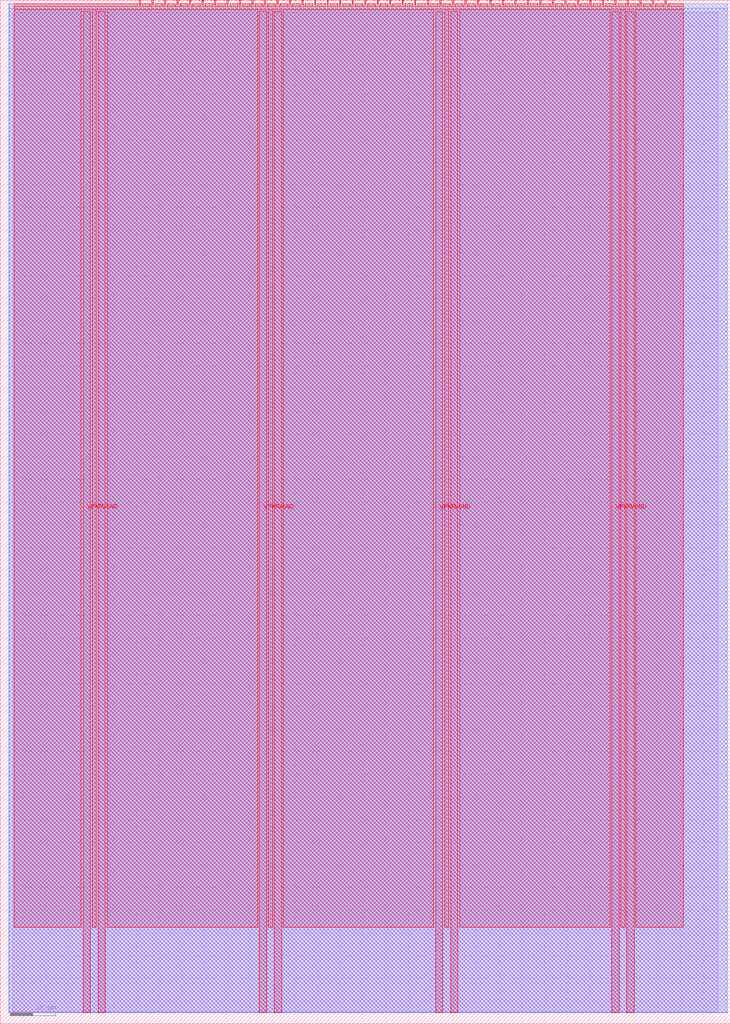
<source format=lef>
VERSION 5.7 ;
  NOWIREEXTENSIONATPIN ON ;
  DIVIDERCHAR "/" ;
  BUSBITCHARS "[]" ;
MACRO tt_um_rebeccargb_vga_pride
  CLASS BLOCK ;
  FOREIGN tt_um_rebeccargb_vga_pride ;
  ORIGIN 0.000 0.000 ;
  SIZE 161.000 BY 225.760 ;
  PIN VGND
    DIRECTION INOUT ;
    USE GROUND ;
    PORT
      LAYER met4 ;
        RECT 21.580 2.480 23.180 223.280 ;
    END
    PORT
      LAYER met4 ;
        RECT 60.450 2.480 62.050 223.280 ;
    END
    PORT
      LAYER met4 ;
        RECT 99.320 2.480 100.920 223.280 ;
    END
    PORT
      LAYER met4 ;
        RECT 138.190 2.480 139.790 223.280 ;
    END
  END VGND
  PIN VPWR
    DIRECTION INOUT ;
    USE POWER ;
    PORT
      LAYER met4 ;
        RECT 18.280 2.480 19.880 223.280 ;
    END
    PORT
      LAYER met4 ;
        RECT 57.150 2.480 58.750 223.280 ;
    END
    PORT
      LAYER met4 ;
        RECT 96.020 2.480 97.620 223.280 ;
    END
    PORT
      LAYER met4 ;
        RECT 134.890 2.480 136.490 223.280 ;
    END
  END VPWR
  PIN clk
    DIRECTION INPUT ;
    USE SIGNAL ;
    ANTENNAGATEAREA 0.852000 ;
    PORT
      LAYER met4 ;
        RECT 143.830 224.760 144.130 225.760 ;
    END
  END clk
  PIN ena
    DIRECTION INPUT ;
    USE SIGNAL ;
    PORT
      LAYER met4 ;
        RECT 146.590 224.760 146.890 225.760 ;
    END
  END ena
  PIN rst_n
    DIRECTION INPUT ;
    USE SIGNAL ;
    ANTENNAGATEAREA 0.196500 ;
    PORT
      LAYER met4 ;
        RECT 141.070 224.760 141.370 225.760 ;
    END
  END rst_n
  PIN ui_in[0]
    DIRECTION INPUT ;
    USE SIGNAL ;
    ANTENNAGATEAREA 0.247500 ;
    PORT
      LAYER met4 ;
        RECT 138.310 224.760 138.610 225.760 ;
    END
  END ui_in[0]
  PIN ui_in[1]
    DIRECTION INPUT ;
    USE SIGNAL ;
    PORT
      LAYER met4 ;
        RECT 135.550 224.760 135.850 225.760 ;
    END
  END ui_in[1]
  PIN ui_in[2]
    DIRECTION INPUT ;
    USE SIGNAL ;
    PORT
      LAYER met4 ;
        RECT 132.790 224.760 133.090 225.760 ;
    END
  END ui_in[2]
  PIN ui_in[3]
    DIRECTION INPUT ;
    USE SIGNAL ;
    PORT
      LAYER met4 ;
        RECT 130.030 224.760 130.330 225.760 ;
    END
  END ui_in[3]
  PIN ui_in[4]
    DIRECTION INPUT ;
    USE SIGNAL ;
    ANTENNAGATEAREA 0.213000 ;
    PORT
      LAYER met4 ;
        RECT 127.270 224.760 127.570 225.760 ;
    END
  END ui_in[4]
  PIN ui_in[5]
    DIRECTION INPUT ;
    USE SIGNAL ;
    ANTENNAGATEAREA 0.213000 ;
    PORT
      LAYER met4 ;
        RECT 124.510 224.760 124.810 225.760 ;
    END
  END ui_in[5]
  PIN ui_in[6]
    DIRECTION INPUT ;
    USE SIGNAL ;
    ANTENNAGATEAREA 0.196500 ;
    PORT
      LAYER met4 ;
        RECT 121.750 224.760 122.050 225.760 ;
    END
  END ui_in[6]
  PIN ui_in[7]
    DIRECTION INPUT ;
    USE SIGNAL ;
    ANTENNAGATEAREA 0.196500 ;
    PORT
      LAYER met4 ;
        RECT 118.990 224.760 119.290 225.760 ;
    END
  END ui_in[7]
  PIN uio_in[0]
    DIRECTION INPUT ;
    USE SIGNAL ;
    ANTENNAGATEAREA 0.196500 ;
    PORT
      LAYER met4 ;
        RECT 116.230 224.760 116.530 225.760 ;
    END
  END uio_in[0]
  PIN uio_in[1]
    DIRECTION INPUT ;
    USE SIGNAL ;
    ANTENNAGATEAREA 0.196500 ;
    PORT
      LAYER met4 ;
        RECT 113.470 224.760 113.770 225.760 ;
    END
  END uio_in[1]
  PIN uio_in[2]
    DIRECTION INPUT ;
    USE SIGNAL ;
    ANTENNAGATEAREA 0.196500 ;
    PORT
      LAYER met4 ;
        RECT 110.710 224.760 111.010 225.760 ;
    END
  END uio_in[2]
  PIN uio_in[3]
    DIRECTION INPUT ;
    USE SIGNAL ;
    ANTENNAGATEAREA 0.196500 ;
    PORT
      LAYER met4 ;
        RECT 107.950 224.760 108.250 225.760 ;
    END
  END uio_in[3]
  PIN uio_in[4]
    DIRECTION INPUT ;
    USE SIGNAL ;
    ANTENNAGATEAREA 0.196500 ;
    PORT
      LAYER met4 ;
        RECT 105.190 224.760 105.490 225.760 ;
    END
  END uio_in[4]
  PIN uio_in[5]
    DIRECTION INPUT ;
    USE SIGNAL ;
    ANTENNAGATEAREA 0.196500 ;
    PORT
      LAYER met4 ;
        RECT 102.430 224.760 102.730 225.760 ;
    END
  END uio_in[5]
  PIN uio_in[6]
    DIRECTION INPUT ;
    USE SIGNAL ;
    ANTENNAGATEAREA 0.196500 ;
    PORT
      LAYER met4 ;
        RECT 99.670 224.760 99.970 225.760 ;
    END
  END uio_in[6]
  PIN uio_in[7]
    DIRECTION INPUT ;
    USE SIGNAL ;
    PORT
      LAYER met4 ;
        RECT 96.910 224.760 97.210 225.760 ;
    END
  END uio_in[7]
  PIN uio_oe[0]
    DIRECTION OUTPUT ;
    USE SIGNAL ;
    ANTENNADIFFAREA 0.445500 ;
    PORT
      LAYER met4 ;
        RECT 49.990 224.760 50.290 225.760 ;
    END
  END uio_oe[0]
  PIN uio_oe[1]
    DIRECTION OUTPUT ;
    USE SIGNAL ;
    ANTENNADIFFAREA 0.445500 ;
    PORT
      LAYER met4 ;
        RECT 47.230 224.760 47.530 225.760 ;
    END
  END uio_oe[1]
  PIN uio_oe[2]
    DIRECTION OUTPUT ;
    USE SIGNAL ;
    ANTENNADIFFAREA 0.445500 ;
    PORT
      LAYER met4 ;
        RECT 44.470 224.760 44.770 225.760 ;
    END
  END uio_oe[2]
  PIN uio_oe[3]
    DIRECTION OUTPUT ;
    USE SIGNAL ;
    ANTENNADIFFAREA 0.445500 ;
    PORT
      LAYER met4 ;
        RECT 41.710 224.760 42.010 225.760 ;
    END
  END uio_oe[3]
  PIN uio_oe[4]
    DIRECTION OUTPUT ;
    USE SIGNAL ;
    ANTENNADIFFAREA 0.445500 ;
    PORT
      LAYER met4 ;
        RECT 38.950 224.760 39.250 225.760 ;
    END
  END uio_oe[4]
  PIN uio_oe[5]
    DIRECTION OUTPUT ;
    USE SIGNAL ;
    ANTENNADIFFAREA 0.445500 ;
    PORT
      LAYER met4 ;
        RECT 36.190 224.760 36.490 225.760 ;
    END
  END uio_oe[5]
  PIN uio_oe[6]
    DIRECTION OUTPUT ;
    USE SIGNAL ;
    ANTENNADIFFAREA 0.445500 ;
    PORT
      LAYER met4 ;
        RECT 33.430 224.760 33.730 225.760 ;
    END
  END uio_oe[6]
  PIN uio_oe[7]
    DIRECTION OUTPUT ;
    USE SIGNAL ;
    ANTENNADIFFAREA 0.445500 ;
    PORT
      LAYER met4 ;
        RECT 30.670 224.760 30.970 225.760 ;
    END
  END uio_oe[7]
  PIN uio_out[0]
    DIRECTION OUTPUT ;
    USE SIGNAL ;
    ANTENNADIFFAREA 0.445500 ;
    PORT
      LAYER met4 ;
        RECT 72.070 224.760 72.370 225.760 ;
    END
  END uio_out[0]
  PIN uio_out[1]
    DIRECTION OUTPUT ;
    USE SIGNAL ;
    ANTENNADIFFAREA 0.445500 ;
    PORT
      LAYER met4 ;
        RECT 69.310 224.760 69.610 225.760 ;
    END
  END uio_out[1]
  PIN uio_out[2]
    DIRECTION OUTPUT ;
    USE SIGNAL ;
    ANTENNADIFFAREA 0.445500 ;
    PORT
      LAYER met4 ;
        RECT 66.550 224.760 66.850 225.760 ;
    END
  END uio_out[2]
  PIN uio_out[3]
    DIRECTION OUTPUT ;
    USE SIGNAL ;
    ANTENNADIFFAREA 0.445500 ;
    PORT
      LAYER met4 ;
        RECT 63.790 224.760 64.090 225.760 ;
    END
  END uio_out[3]
  PIN uio_out[4]
    DIRECTION OUTPUT ;
    USE SIGNAL ;
    ANTENNADIFFAREA 0.445500 ;
    PORT
      LAYER met4 ;
        RECT 61.030 224.760 61.330 225.760 ;
    END
  END uio_out[4]
  PIN uio_out[5]
    DIRECTION OUTPUT ;
    USE SIGNAL ;
    ANTENNADIFFAREA 0.445500 ;
    PORT
      LAYER met4 ;
        RECT 58.270 224.760 58.570 225.760 ;
    END
  END uio_out[5]
  PIN uio_out[6]
    DIRECTION OUTPUT ;
    USE SIGNAL ;
    ANTENNADIFFAREA 0.445500 ;
    PORT
      LAYER met4 ;
        RECT 55.510 224.760 55.810 225.760 ;
    END
  END uio_out[6]
  PIN uio_out[7]
    DIRECTION OUTPUT ;
    USE SIGNAL ;
    ANTENNADIFFAREA 0.445500 ;
    PORT
      LAYER met4 ;
        RECT 52.750 224.760 53.050 225.760 ;
    END
  END uio_out[7]
  PIN uo_out[0]
    DIRECTION OUTPUT ;
    USE SIGNAL ;
    ANTENNADIFFAREA 0.891000 ;
    PORT
      LAYER met4 ;
        RECT 94.150 224.760 94.450 225.760 ;
    END
  END uo_out[0]
  PIN uo_out[1]
    DIRECTION OUTPUT ;
    USE SIGNAL ;
    ANTENNADIFFAREA 0.891000 ;
    PORT
      LAYER met4 ;
        RECT 91.390 224.760 91.690 225.760 ;
    END
  END uo_out[1]
  PIN uo_out[2]
    DIRECTION OUTPUT ;
    USE SIGNAL ;
    ANTENNADIFFAREA 0.891000 ;
    PORT
      LAYER met4 ;
        RECT 88.630 224.760 88.930 225.760 ;
    END
  END uo_out[2]
  PIN uo_out[3]
    DIRECTION OUTPUT ;
    USE SIGNAL ;
    ANTENNADIFFAREA 0.795200 ;
    PORT
      LAYER met4 ;
        RECT 85.870 224.760 86.170 225.760 ;
    END
  END uo_out[3]
  PIN uo_out[4]
    DIRECTION OUTPUT ;
    USE SIGNAL ;
    ANTENNADIFFAREA 0.891000 ;
    PORT
      LAYER met4 ;
        RECT 83.110 224.760 83.410 225.760 ;
    END
  END uo_out[4]
  PIN uo_out[5]
    DIRECTION OUTPUT ;
    USE SIGNAL ;
    ANTENNADIFFAREA 0.891000 ;
    PORT
      LAYER met4 ;
        RECT 80.350 224.760 80.650 225.760 ;
    END
  END uo_out[5]
  PIN uo_out[6]
    DIRECTION OUTPUT ;
    USE SIGNAL ;
    ANTENNADIFFAREA 0.891000 ;
    PORT
      LAYER met4 ;
        RECT 77.590 224.760 77.890 225.760 ;
    END
  END uo_out[6]
  PIN uo_out[7]
    DIRECTION OUTPUT ;
    USE SIGNAL ;
    ANTENNADIFFAREA 0.445500 ;
    PORT
      LAYER met4 ;
        RECT 74.830 224.760 75.130 225.760 ;
    END
  END uo_out[7]
  OBS
      LAYER li1 ;
        RECT 2.760 2.635 158.240 223.125 ;
      LAYER met1 ;
        RECT 1.910 2.480 160.470 224.020 ;
      LAYER met2 ;
        RECT 1.930 2.535 160.450 224.925 ;
      LAYER met3 ;
        RECT 1.905 2.555 160.475 224.905 ;
      LAYER met4 ;
        RECT 3.055 224.360 30.270 224.905 ;
        RECT 31.370 224.360 33.030 224.905 ;
        RECT 34.130 224.360 35.790 224.905 ;
        RECT 36.890 224.360 38.550 224.905 ;
        RECT 39.650 224.360 41.310 224.905 ;
        RECT 42.410 224.360 44.070 224.905 ;
        RECT 45.170 224.360 46.830 224.905 ;
        RECT 47.930 224.360 49.590 224.905 ;
        RECT 50.690 224.360 52.350 224.905 ;
        RECT 53.450 224.360 55.110 224.905 ;
        RECT 56.210 224.360 57.870 224.905 ;
        RECT 58.970 224.360 60.630 224.905 ;
        RECT 61.730 224.360 63.390 224.905 ;
        RECT 64.490 224.360 66.150 224.905 ;
        RECT 67.250 224.360 68.910 224.905 ;
        RECT 70.010 224.360 71.670 224.905 ;
        RECT 72.770 224.360 74.430 224.905 ;
        RECT 75.530 224.360 77.190 224.905 ;
        RECT 78.290 224.360 79.950 224.905 ;
        RECT 81.050 224.360 82.710 224.905 ;
        RECT 83.810 224.360 85.470 224.905 ;
        RECT 86.570 224.360 88.230 224.905 ;
        RECT 89.330 224.360 90.990 224.905 ;
        RECT 92.090 224.360 93.750 224.905 ;
        RECT 94.850 224.360 96.510 224.905 ;
        RECT 97.610 224.360 99.270 224.905 ;
        RECT 100.370 224.360 102.030 224.905 ;
        RECT 103.130 224.360 104.790 224.905 ;
        RECT 105.890 224.360 107.550 224.905 ;
        RECT 108.650 224.360 110.310 224.905 ;
        RECT 111.410 224.360 113.070 224.905 ;
        RECT 114.170 224.360 115.830 224.905 ;
        RECT 116.930 224.360 118.590 224.905 ;
        RECT 119.690 224.360 121.350 224.905 ;
        RECT 122.450 224.360 124.110 224.905 ;
        RECT 125.210 224.360 126.870 224.905 ;
        RECT 127.970 224.360 129.630 224.905 ;
        RECT 130.730 224.360 132.390 224.905 ;
        RECT 133.490 224.360 135.150 224.905 ;
        RECT 136.250 224.360 137.910 224.905 ;
        RECT 139.010 224.360 140.670 224.905 ;
        RECT 141.770 224.360 143.430 224.905 ;
        RECT 144.530 224.360 146.190 224.905 ;
        RECT 147.290 224.360 150.585 224.905 ;
        RECT 3.055 223.680 150.585 224.360 ;
        RECT 3.055 21.255 17.880 223.680 ;
        RECT 20.280 21.255 21.180 223.680 ;
        RECT 23.580 21.255 56.750 223.680 ;
        RECT 59.150 21.255 60.050 223.680 ;
        RECT 62.450 21.255 95.620 223.680 ;
        RECT 98.020 21.255 98.920 223.680 ;
        RECT 101.320 21.255 134.490 223.680 ;
        RECT 136.890 21.255 137.790 223.680 ;
        RECT 140.190 21.255 150.585 223.680 ;
  END
END tt_um_rebeccargb_vga_pride
END LIBRARY


</source>
